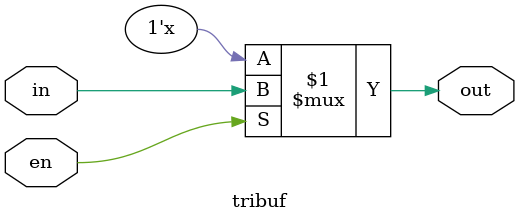
<source format=v>
`timescale 1ns / 1ps
module tribuf(
    output out,
    input in,
    input en
    );

	assign out = en ? in : 1'bz;

endmodule

</source>
